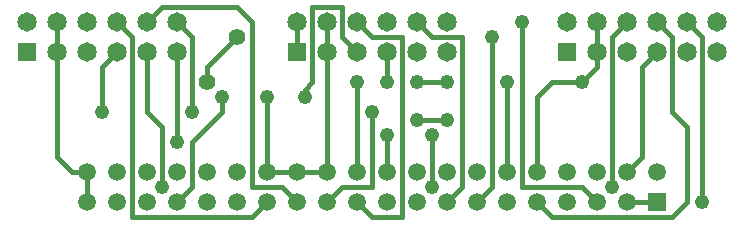
<source format=gbr>
G04 EasyPC Gerber Version 21.0.3 Build 4286 *
%FSLAX35Y35*%
%MOIN*%
%ADD14R,0.05906X0.05906*%
%ADD16R,0.06496X0.06496*%
%ADD19C,0.01500*%
%ADD18C,0.04800*%
%ADD24C,0.05600*%
%ADD15C,0.05906*%
%ADD17C,0.06496*%
X0Y0D02*
D02*
D14*
X225250Y15250D03*
D02*
D15*
X35250D03*
Y25250D03*
X45250Y15250D03*
Y25250D03*
X55250Y15250D03*
Y25250D03*
X65250Y15250D03*
Y25250D03*
X75250Y15250D03*
Y25250D03*
X85250Y15250D03*
Y25250D03*
X95250Y15250D03*
Y25250D03*
X105250Y15250D03*
Y25250D03*
X115250Y15250D03*
Y25250D03*
X125250Y15250D03*
Y25250D03*
X135250Y15250D03*
Y25250D03*
X145250Y15250D03*
Y25250D03*
X155250Y15250D03*
Y25250D03*
X165250Y15250D03*
Y25250D03*
X175250Y15250D03*
Y25250D03*
X185250Y15250D03*
Y25250D03*
X195250Y15250D03*
Y25250D03*
X205250Y15250D03*
Y25250D03*
X215250Y15250D03*
Y25250D03*
X225250D03*
D02*
D16*
X15250Y65250D03*
X105250D03*
X195250D03*
D02*
D17*
X15250Y75250D03*
X25250Y65250D03*
Y75250D03*
X35250Y65250D03*
Y75250D03*
X45250Y65250D03*
Y75250D03*
X55250Y65250D03*
Y75250D03*
X65250Y65250D03*
Y75250D03*
X105250D03*
X115250Y65250D03*
Y75250D03*
X125250Y65250D03*
Y75250D03*
X135250Y65250D03*
Y75250D03*
X145250Y65250D03*
Y75250D03*
X155250Y65250D03*
Y75250D03*
X195250D03*
X205250Y65250D03*
Y75250D03*
X215250Y65250D03*
Y75250D03*
X225250Y65250D03*
Y75250D03*
X235250Y65250D03*
Y75250D03*
X245250Y65250D03*
Y75250D03*
D02*
D18*
X40250Y45250D03*
X55250Y65250D03*
X60250Y20250D03*
X65250Y35250D03*
X70250Y45250D03*
X80250Y50250D03*
X95250D03*
X107750D03*
X125250Y55250D03*
X130250Y45250D03*
X135250Y37750D03*
Y55250D03*
X145250Y42750D03*
Y55250D03*
X150250Y20250D03*
Y37750D03*
X155250Y42750D03*
Y55250D03*
X170250Y70250D03*
X175250Y55250D03*
X180250Y75250D03*
X200250Y55250D03*
X210250Y20250D03*
X240250Y15250D03*
D02*
D19*
X25250Y65250D02*
Y75250D01*
X35250Y25250D02*
X30250D01*
X25250Y30250*
Y65250*
X35250Y25250D02*
Y15250D01*
X40250Y45250D02*
Y60250D01*
X45250Y65250*
X55250Y75250D02*
X60250Y80250D01*
X85250*
X90250Y75250*
Y20250*
X100250*
X105250Y15250*
X60250Y20250D02*
Y40250D01*
X55250Y45250*
Y65250*
X65250Y35250D02*
Y65250D01*
X70250Y45250D02*
Y70250D01*
X65250Y75250*
X75250Y55250D02*
Y60250D01*
X85250Y70250*
X80250Y50250D02*
Y45250D01*
X70250Y35250*
Y20250*
X65250Y15250*
X95250D02*
X90250Y10250D01*
X50250*
Y70250*
X45250Y75250*
X95250Y25250D02*
X105250D01*
X95250Y50250D02*
Y25250D01*
X105250D02*
X115250D01*
X105250Y65250D02*
Y75250D01*
X107750Y50250D02*
Y52750D01*
X110250Y55250*
Y80250*
X120250*
Y70250*
X125250Y65250*
X115250D02*
Y25250D01*
Y65250D02*
Y75250D01*
X125250Y55250D02*
Y25250D01*
Y75250D02*
X130250Y70250D01*
X140250*
Y10250*
X130250*
X125250Y15250*
X130250Y45250D02*
Y20250D01*
X120250*
X115250Y15250*
X135250Y37750D02*
Y25250D01*
Y55250D02*
Y65250D01*
X145250Y42750D02*
X155250D01*
X145250Y55250D02*
X155250D01*
X145250Y75250D02*
X150250Y70250D01*
X160250*
Y20250*
X155250Y15250*
X150250Y20250D02*
Y37750D01*
X170250Y70250D02*
Y20250D01*
X165250Y15250*
X175250Y55250D02*
Y25250D01*
X180250Y75250D02*
Y20250D01*
X200250*
X205250Y15250*
X185250D02*
X190250Y10250D01*
X230250*
X235250Y15250*
Y40250*
X230250Y45250*
Y70250*
X225250Y75250*
X200250Y55250D02*
X190250D01*
X185250Y50250*
Y25250*
X205250Y65250D02*
Y60250D01*
X200250Y55250*
X205250Y65250D02*
Y75250D01*
X210250Y20250D02*
Y70250D01*
X215250Y75250*
Y15250D02*
X225250D01*
X215250Y25250D02*
X220250Y30250D01*
Y60250*
X225250Y65250*
X240250Y15250D02*
Y70250D01*
X235250Y75250*
D02*
D24*
X75250Y55250D03*
X85250Y70250D03*
X0Y0D02*
M02*

</source>
